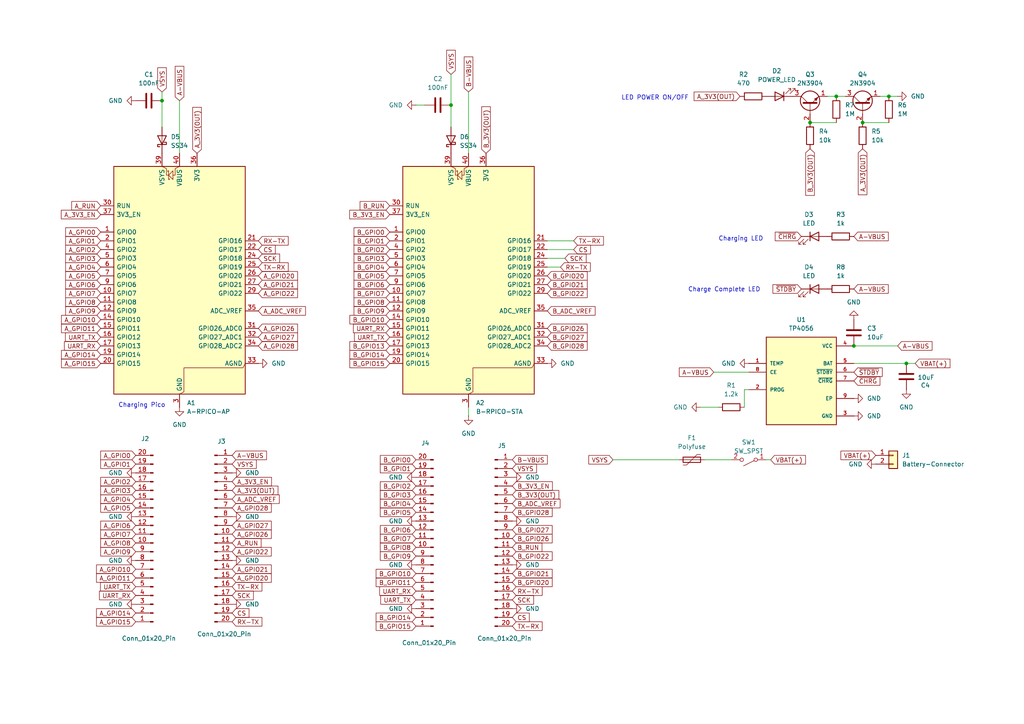
<source format=kicad_sch>
(kicad_sch (version 20250114) (generator "eeschema") (generator_version "9.0")
  (paper "A4")
  (lib_symbols
    (symbol "Connector:Conn_01x20_Pin" (pin_names (offset 1.016) (hide yes))
      (property "Reference" "J" (at 0 25.4 0))
      (property "Value" "Conn_01x20_Pin" (at 0 -27.94 0))
      (symbol "Conn_01x20_Pin_1_1"
        (pin passive line (at 5.08 22.86 180) (length 3.81) (name "Pin_1") (number "1"))
        (pin passive line (at 5.08 20.32 180) (length 3.81) (name "Pin_2") (number "2"))
        (pin passive line (at 5.08 17.78 180) (length 3.81) (name "Pin_3") (number "3"))
        (pin passive line (at 5.08 15.24 180) (length 3.81) (name "Pin_4") (number "4"))
        (pin passive line (at 5.08 12.7 180) (length 3.81) (name "Pin_5") (number "5"))
        (pin passive line (at 5.08 10.16 180) (length 3.81) (name "Pin_6") (number "6"))
        (pin passive line (at 5.08 7.62 180) (length 3.81) (name "Pin_7") (number "7"))
        (pin passive line (at 5.08 5.08 180) (length 3.81) (name "Pin_8") (number "8"))
        (pin passive line (at 5.08 2.54 180) (length 3.81) (name "Pin_9") (number "9"))
        (pin passive line (at 5.08 0 180) (length 3.81) (name "Pin_10") (number "10"))
        (pin passive line (at 5.08 -2.54 180) (length 3.81) (name "Pin_11") (number "11"))
        (pin passive line (at 5.08 -5.08 180) (length 3.81) (name "Pin_12") (number "12"))
        (pin passive line (at 5.08 -7.62 180) (length 3.81) (name "Pin_13") (number "13"))
        (pin passive line (at 5.08 -10.16 180) (length 3.81) (name "Pin_14") (number "14"))
        (pin passive line (at 5.08 -12.7 180) (length 3.81) (name "Pin_15") (number "15"))
        (pin passive line (at 5.08 -15.24 180) (length 3.81) (name "Pin_16") (number "16"))
        (pin passive line (at 5.08 -17.78 180) (length 3.81) (name "Pin_17") (number "17"))
        (pin passive line (at 5.08 -20.32 180) (length 3.81) (name "Pin_18") (number "18"))
        (pin passive line (at 5.08 -22.86 180) (length 3.81) (name "Pin_19") (number "19"))
        (pin passive line (at 5.08 -25.4 180) (length 3.81) (name "Pin_20") (number "20"))
      )
    )
    (symbol "Connector_Generic:Conn_01x02" (pin_names (offset 1.016) (hide yes))
      (property "Reference" "J1" (at 2.54 0.0001 0))
      (property "Value" "Battery-Connector" (at 2.54 -2.5399 0))
      (symbol "Conn_01x02_1_1"
        (pin bidirectional line (at -5.08 0 0) (length 3.81) (name "Pin_1") (number "1"))
        (pin passive line (at -5.08 -2.54 0) (length 3.81) (name "Pin_2") (number "2"))
      )
    )
    (symbol "Device:C" (pin_numbers (hide yes)) (pin_names (offset 0.254))
      (property "Reference" "C" (at 0.635 2.54 0))
      (property "Value" "C" (at 0.635 -2.54 0))
      (symbol "C_1_1"
        (pin passive line (at 0 3.81 270) (length 2.794) (name "~") (number "1"))
        (pin passive line (at 0 -3.81 90) (length 2.794) (name "~") (number "2"))
      )
    )
    (symbol "Device:LED" (pin_numbers (hide yes)) (pin_names (offset 1.016) (hide yes))
      (property "Reference" "D" (at 0 2.54 0))
      (property "Value" "LED" (at 0 -2.54 0))
      (symbol "LED_1_1"
        (pin passive line (at -3.81 0 0) (length 2.54) (name "K") (number "1"))
        (pin passive line (at 3.81 0 180) (length 2.54) (name "A") (number "2"))
      )
    )
    (symbol "Device:Polyfuse" (pin_numbers (hide yes)) (pin_names (offset 0))
      (property "Reference" "F" (at -2.54 0 90))
      (property "Value" "Polyfuse" (at 2.54 0 90))
      (symbol "Polyfuse_1_1"
        (pin passive line (at 0 3.81 270) (length 1.27) (name "~") (number "1"))
        (pin passive line (at 0 -3.81 90) (length 1.27) (name "~") (number "2"))
      )
    )
    (symbol "Device:R" (pin_numbers (hide yes)) (pin_names (offset 0))
      (property "Reference" "R" (at 2.032 0 90))
      (property "Value" "R" (at 0 0 90))
      (symbol "R_1_1"
        (pin passive line (at 0 3.81 270) (length 1.27) (name "~") (number "1"))
        (pin passive line (at 0 -3.81 90) (length 1.27) (name "~") (number "2"))
      )
    )
    (symbol "Diode:SS34" (pin_numbers (hide yes)) (pin_names (offset 1.016) (hide yes))
      (property "Reference" "D" (at 0 2.54 0))
      (property "Value" "SS34" (at 0 -2.54 0))
      (symbol "SS34_1_1"
        (pin passive line (at -3.81 0 0) (length 2.54) (name "K") (number "1"))
        (pin passive line (at 3.81 0 180) (length 2.54) (name "A") (number "2"))
      )
    )
    (symbol "MCU_Module:RaspberryPi_Pico" (pin_names (offset 0.762))
      (property "Reference" "A2" (at 2.1433 -34.29 0))
      (property "Value" "B-RPICO-STA" (at 2.1433 -36.83 0))
      (symbol "RaspberryPi_Pico_1_1"
        (pin passive line (at -22.86 22.86 0) (length 3.81) (name "RUN") (number "30"))
        (pin passive line (at -22.86 20.32 0) (length 3.81) (name "3V3_EN") (number "37"))
        (pin bidirectional line (at -22.86 15.24 0) (length 3.81) (name "GPIO0") (number "1"))
        (pin bidirectional line (at -22.86 12.7 0) (length 3.81) (name "GPIO1") (number "2"))
        (pin bidirectional line (at -22.86 10.16 0) (length 3.81) (name "GPIO2") (number "4"))
        (pin bidirectional line (at -22.86 7.62 0) (length 3.81) (name "GPIO3") (number "5"))
        (pin bidirectional line (at -22.86 5.08 0) (length 3.81) (name "GPIO4") (number "6"))
        (pin bidirectional line (at -22.86 2.54 0) (length 3.81) (name "GPIO5") (number "7"))
        (pin bidirectional line (at -22.86 0 0) (length 3.81) (name "GPIO6") (number "9"))
        (pin bidirectional line (at -22.86 -2.54 0) (length 3.81) (name "GPIO7") (number "10"))
        (pin bidirectional line (at -22.86 -5.08 0) (length 3.81) (name "GPIO8") (number "11"))
        (pin bidirectional line (at -22.86 -7.62 0) (length 3.81) (name "GPIO9") (number "12"))
        (pin bidirectional line (at -22.86 -10.16 0) (length 3.81) (name "GPIO10") (number "14"))
        (pin bidirectional line (at -22.86 -12.7 0) (length 3.81) (name "GPIO11") (number "15"))
        (pin bidirectional line (at -22.86 -15.24 0) (length 3.81) (name "GPIO12") (number "16"))
        (pin bidirectional line (at -22.86 -17.78 0) (length 3.81) (name "GPIO13") (number "17"))
        (pin bidirectional line (at -22.86 -20.32 0) (length 3.81) (name "GPIO14") (number "19"))
        (pin bidirectional line (at -22.86 -22.86 0) (length 3.81) (name "GPIO15") (number "20"))
        (pin passive line (at -5.08 38.1 270) (length 3.81) (name "VSYS") (number "39"))
        (pin power_out line (at 0 38.1 270) (length 3.81) (name "VBUS") (number "40"))
        (pin passive line (at 0 -35.56 90) (length 3.81) (hide yes) (name "GND") (number "13"))
        (pin passive line (at 0 -35.56 90) (length 3.81) (hide yes) (name "GND") (number "18"))
        (pin passive line (at 0 -35.56 90) (length 3.81) (hide yes) (name "GND") (number "23"))
        (pin passive line (at 0 -35.56 90) (length 3.81) (hide yes) (name "GND") (number "28"))
        (pin passive line (at 0 -35.56 90) (length 3.81) (name "GND") (number "3"))
        (pin passive line (at 0 -35.56 90) (length 3.81) (hide yes) (name "GND") (number "38"))
        (pin passive line (at 0 -35.56 90) (length 3.81) (hide yes) (name "GND") (number "8"))
        (pin power_out line (at 5.08 38.1 270) (length 3.81) (name "3V3") (number "36"))
        (pin bidirectional line (at 22.86 12.7 180) (length 3.81) (name "GPIO16") (number "21"))
        (pin bidirectional line (at 22.86 10.16 180) (length 3.81) (name "GPIO17") (number "22"))
        (pin bidirectional line (at 22.86 7.62 180) (length 3.81) (name "GPIO18") (number "24"))
        (pin bidirectional line (at 22.86 5.08 180) (length 3.81) (name "GPIO19") (number "25"))
        (pin bidirectional line (at 22.86 2.54 180) (length 3.81) (name "GPIO20") (number "26"))
        (pin bidirectional line (at 22.86 0 180) (length 3.81) (name "GPIO21") (number "27"))
        (pin bidirectional line (at 22.86 -2.54 180) (length 3.81) (name "GPIO22") (number "29"))
        (pin passive line (at 22.86 -7.62 180) (length 3.81) (name "ADC_VREF") (number "35"))
        (pin bidirectional line (at 22.86 -12.7 180) (length 3.81) (name "GPIO26_ADC0") (number "31"))
        (pin bidirectional line (at 22.86 -15.24 180) (length 3.81) (name "GPIO27_ADC1") (number "32"))
        (pin bidirectional line (at 22.86 -17.78 180) (length 3.81) (name "GPIO28_ADC2") (number "34"))
        (pin passive line (at 22.86 -22.86 180) (length 3.81) (name "AGND") (number "33"))
      )
    )
    (symbol "RaspberryPi_Pico_1" (pin_names (offset 0.762))
      (property "Reference" "A1" (at 2.1433 -34.29 0))
      (property "Value" "A-RPICO-AP" (at 2.1433 -36.83 0))
      (symbol "RaspberryPi_Pico_1_1_1"
        (pin passive line (at -22.86 22.86 0) (length 3.81) (name "RUN") (number "30"))
        (pin passive line (at -22.86 20.32 0) (length 3.81) (name "3V3_EN") (number "37"))
        (pin bidirectional line (at -22.86 15.24 0) (length 3.81) (name "GPIO0") (number "1"))
        (pin bidirectional line (at -22.86 12.7 0) (length 3.81) (name "GPIO1") (number "2"))
        (pin bidirectional line (at -22.86 10.16 0) (length 3.81) (name "GPIO2") (number "4"))
        (pin bidirectional line (at -22.86 7.62 0) (length 3.81) (name "GPIO3") (number "5"))
        (pin bidirectional line (at -22.86 5.08 0) (length 3.81) (name "GPIO4") (number "6"))
        (pin bidirectional line (at -22.86 2.54 0) (length 3.81) (name "GPIO5") (number "7"))
        (pin bidirectional line (at -22.86 0 0) (length 3.81) (name "GPIO6") (number "9"))
        (pin bidirectional line (at -22.86 -2.54 0) (length 3.81) (name "GPIO7") (number "10"))
        (pin bidirectional line (at -22.86 -5.08 0) (length 3.81) (name "GPIO8") (number "11"))
        (pin bidirectional line (at -22.86 -7.62 0) (length 3.81) (name "GPIO9") (number "12"))
        (pin bidirectional line (at -22.86 -10.16 0) (length 3.81) (name "GPIO10") (number "14"))
        (pin bidirectional line (at -22.86 -12.7 0) (length 3.81) (name "GPIO11") (number "15"))
        (pin bidirectional line (at -22.86 -15.24 0) (length 3.81) (name "GPIO12") (number "16"))
        (pin bidirectional line (at -22.86 -17.78 0) (length 3.81) (name "GPIO13") (number "17"))
        (pin bidirectional line (at -22.86 -20.32 0) (length 3.81) (name "GPIO14") (number "19"))
        (pin bidirectional line (at -22.86 -22.86 0) (length 3.81) (name "GPIO15") (number "20"))
        (pin passive line (at -5.08 38.1 270) (length 3.81) (name "VSYS") (number "39"))
        (pin power_out line (at 0 38.1 270) (length 3.81) (name "VBUS") (number "40"))
        (pin passive line (at 0 -35.56 90) (length 3.81) (hide yes) (name "GND") (number "13"))
        (pin passive line (at 0 -35.56 90) (length 3.81) (hide yes) (name "GND") (number "18"))
        (pin passive line (at 0 -35.56 90) (length 3.81) (hide yes) (name "GND") (number "23"))
        (pin passive line (at 0 -35.56 90) (length 3.81) (hide yes) (name "GND") (number "28"))
        (pin passive line (at 0 -35.56 90) (length 3.81) (name "GND") (number "3"))
        (pin passive line (at 0 -35.56 90) (length 3.81) (hide yes) (name "GND") (number "38"))
        (pin passive line (at 0 -35.56 90) (length 3.81) (hide yes) (name "GND") (number "8"))
        (pin power_out line (at 5.08 38.1 270) (length 3.81) (name "3V3") (number "36"))
        (pin bidirectional line (at 22.86 12.7 180) (length 3.81) (name "GPIO16") (number "21"))
        (pin bidirectional line (at 22.86 10.16 180) (length 3.81) (name "GPIO17") (number "22"))
        (pin bidirectional line (at 22.86 7.62 180) (length 3.81) (name "GPIO18") (number "24"))
        (pin bidirectional line (at 22.86 5.08 180) (length 3.81) (name "GPIO19") (number "25"))
        (pin bidirectional line (at 22.86 2.54 180) (length 3.81) (name "GPIO20") (number "26"))
        (pin bidirectional line (at 22.86 0 180) (length 3.81) (name "GPIO21") (number "27"))
        (pin bidirectional line (at 22.86 -2.54 180) (length 3.81) (name "GPIO22") (number "29"))
        (pin passive line (at 22.86 -7.62 180) (length 3.81) (name "ADC_VREF") (number "35"))
        (pin bidirectional line (at 22.86 -12.7 180) (length 3.81) (name "GPIO26_ADC0") (number "31"))
        (pin bidirectional line (at 22.86 -15.24 180) (length 3.81) (name "GPIO27_ADC1") (number "32"))
        (pin bidirectional line (at 22.86 -17.78 180) (length 3.81) (name "GPIO28_ADC2") (number "34"))
        (pin passive line (at 22.86 -22.86 180) (length 3.81) (name "AGND") (number "33"))
      )
    )
    (symbol "Switch:SW_SPST" (pin_names (offset 0) (hide yes))
      (property "Reference" "SW" (at 0 3.175 0))
      (property "Value" "SW_SPST" (at 0 -2.54 0))
      (symbol "SW_SPST_1_1"
        (pin passive line (at -5.08 0 0) (length 2.54) (name "A") (number "1"))
        (pin passive line (at 5.08 0 180) (length 2.54) (name "B") (number "2"))
      )
    )
    (symbol "TP4056:TP4056" (pin_names (offset 1.016))
      (property "Reference" "U" (at -10.16 13.208 0))
      (property "Value" "TP4056" (at -10.16 -15.24 0))
      (symbol "TP4056_0_0"
        (pin input line (at -15.24 5.08 0) (length 5.08) (name "TEMP") (number "1"))
        (pin input line (at -15.24 2.54 0) (length 5.08) (name "CE") (number "8"))
        (pin bidirectional line (at -15.24 -2.54 0) (length 5.08) (name "PROG") (number "2"))
        (pin power_in line (at 15.24 10.16 180) (length 5.08) (name "VCC") (number "4"))
        (pin output line (at 15.24 5.08 180) (length 5.08) (name "BAT") (number "5"))
        (pin output line (at 15.24 2.54 180) (length 5.08) (name "~{STDBY}") (number "6"))
        (pin output line (at 15.24 0 180) (length 5.08) (name "~{CHRG}") (number "7"))
        (pin passive line (at 15.24 -5.08 180) (length 5.08) (name "EP") (number "9"))
        (pin power_in line (at 15.24 -10.16 180) (length 5.08) (name "GND") (number "3"))
      )
    )
    (symbol "Transistor_BJT:2N3904" (pin_names (offset 0) (hide yes))
      (property "Reference" "Q" (at 5.08 1.905 0))
      (property "Value" "2N3904" (at 5.08 0 0))
      (symbol "2N3904_1_1"
        (pin input line (at -5.08 0 0) (length 2.54) (name "B") (number "2"))
        (pin passive line (at 2.54 5.08 270) (length 2.54) (name "C") (number "3"))
        (pin passive line (at 2.54 -5.08 90) (length 2.54) (name "E") (number "1"))
      )
    )
    (symbol "power:GND" (power) (pin_numbers (hide yes)) (pin_names (offset 0) (hide yes))
      (property "Value" "GND" (at 0 -3.81 0))
      (symbol "GND_1_1"
        (pin power_in line (at 0 0 270) (length 0) (name "~") (number "1"))
      )
    )
  )
  (text "Charging Pico\n" (at 41.148 117.602 0) (effects (font (size 1.27 1.27))))
  (text "Charge Complete LED" (at 210.058 84.074 0) (effects (font (size 1.27 1.27))))
  (text "LED POWER ON/OFF\n" (at 189.992 28.448 0) (effects (font (size 1.27 1.27))))
  (text "Charging LED" (at 214.884 69.342 0) (effects (font (size 1.27 1.27))))
  (junction (at 262.89 105.41))
  (junction (at 242.57 27.94))
  (junction (at 247.65 100.33))
  (junction (at 234.95 35.56))
  (junction (at 257.81 27.94))
  (junction (at 250.19 35.56))
  (junction (at 130.81 30.48))
  (junction (at 46.99 29.21))
  (wire (pts (xy 203.2 118.11) (xy 208.28 118.11)))
  (wire (pts (xy 158.75 74.93) (xy 163.83 74.93)))
  (wire (pts (xy 46.99 29.21) (xy 46.99 36.83)))
  (wire (pts (xy 247.65 105.41) (xy 262.89 105.41)))
  (wire (pts (xy 46.99 26.67) (xy 46.99 29.21)))
  (wire (pts (xy 242.57 27.94) (xy 240.03 27.94)))
  (wire (pts (xy 130.81 21.59) (xy 130.81 30.48)))
  (wire (pts (xy 250.19 35.56) (xy 257.81 35.56)))
  (wire (pts (xy 158.75 69.85) (xy 166.37 69.85)))
  (wire (pts (xy 245.11 27.94) (xy 242.57 27.94)))
  (wire (pts (xy 260.35 100.33) (xy 247.65 100.33)))
  (wire (pts (xy 158.75 77.47) (xy 162.56 77.47)))
  (wire (pts (xy 158.75 72.39) (xy 166.37 72.39)))
  (wire (pts (xy 215.9 118.11) (xy 215.9 113.03)))
  (wire (pts (xy 130.81 30.48) (xy 130.81 36.83)))
  (wire (pts (xy 262.89 105.41) (xy 265.43 105.41)))
  (wire (pts (xy 52.07 29.21) (xy 52.07 44.45)))
  (wire (pts (xy 222.25 133.35) (xy 223.52 133.35)))
  (wire (pts (xy 120.65 30.48) (xy 123.19 30.48)))
  (wire (pts (xy 204.47 133.35) (xy 212.09 133.35)))
  (wire (pts (xy 207.01 107.95) (xy 217.17 107.95)))
  (wire (pts (xy 234.95 35.56) (xy 242.57 35.56)))
  (wire (pts (xy 177.8 133.35) (xy 196.85 133.35)))
  (wire (pts (xy 135.89 26.67) (xy 135.89 44.45)))
  (wire (pts (xy 135.89 120.65) (xy 135.89 118.11)))
  (wire (pts (xy 215.9 113.03) (xy 217.17 113.03)))
  (wire (pts (xy 257.81 27.94) (xy 255.27 27.94)))
  (wire (pts (xy 260.35 27.94) (xy 257.81 27.94)))
  (global_label "RX-TX" (shape input) (at 162.56 77.47 0) (property "Intersheetrefs" "${INTERSHEET_REFS}" (effects (hide yes))))
  (global_label "A_GPIO1" (shape input) (at 39.37 134.62 180) (property "Intersheetrefs" "${INTERSHEET_REFS}" (effects (hide yes))))
  (global_label "A_GPIO0" (shape input) (at 39.37 132.08 180) (property "Intersheetrefs" "${INTERSHEET_REFS}" (effects (hide yes))))
  (global_label "B_GPIO4" (shape input) (at 113.03 77.47 180) (property "Intersheetrefs" "${INTERSHEET_REFS}" (effects (hide yes))))
  (global_label "A_GPIO5" (shape input) (at 39.37 147.32 180) (property "Intersheetrefs" "${INTERSHEET_REFS}" (effects (hide yes))))
  (global_label "B_RUN" (shape input) (at 148.59 158.75 0) (property "Intersheetrefs" "${INTERSHEET_REFS}" (effects (hide yes))))
  (global_label "A_3V3(OUT)" (shape input) (at 250.19 43.18 270) (property "Intersheetrefs" "${INTERSHEET_REFS}" (effects (hide yes))))
  (global_label "UART_TX" (shape input) (at 29.21 97.79 180) (property "Intersheetrefs" "${INTERSHEET_REFS}" (effects (hide yes))))
  (global_label "B_GPIO2" (shape input) (at 113.03 72.39 180) (property "Intersheetrefs" "${INTERSHEET_REFS}" (effects (hide yes))))
  (global_label "B_GPIO15" (shape input) (at 113.03 105.41 180) (property "Intersheetrefs" "${INTERSHEET_REFS}" (effects (hide yes))))
  (global_label "B_GPIO21" (shape input) (at 148.59 166.37 0) (property "Intersheetrefs" "${INTERSHEET_REFS}" (effects (hide yes))))
  (global_label "CS" (shape input) (at 166.37 72.39 0) (property "Intersheetrefs" "${INTERSHEET_REFS}" (effects (hide yes))))
  (global_label "A_GPIO11" (shape input) (at 39.37 167.64 180) (property "Intersheetrefs" "${INTERSHEET_REFS}" (effects (hide yes))))
  (global_label "~{CHRG}" (shape input) (at 247.65 110.49 0) (property "Intersheetrefs" "${INTERSHEET_REFS}" (effects (hide yes))))
  (global_label "B_GPIO8" (shape input) (at 113.03 87.63 180) (property "Intersheetrefs" "${INTERSHEET_REFS}" (effects (hide yes))))
  (global_label "A_GPIO6" (shape input) (at 39.37 152.4 180) (property "Intersheetrefs" "${INTERSHEET_REFS}" (effects (hide yes))))
  (global_label "B_GPIO27" (shape input) (at 158.75 97.79 0) (property "Intersheetrefs" "${INTERSHEET_REFS}" (effects (hide yes))))
  (global_label "SCK" (shape input) (at 148.59 173.99 0) (property "Intersheetrefs" "${INTERSHEET_REFS}" (effects (hide yes))))
  (global_label "A_ADC_VREF" (shape input) (at 74.93 90.17 0) (property "Intersheetrefs" "${INTERSHEET_REFS}" (effects (hide yes))))
  (global_label "B_GPIO7" (shape input) (at 113.03 85.09 180) (property "Intersheetrefs" "${INTERSHEET_REFS}" (effects (hide yes))))
  (global_label "VBAT(+)" (shape input) (at 265.43 105.41 0) (property "Intersheetrefs" "${INTERSHEET_REFS}" (effects (hide yes))))
  (global_label "A_GPIO3" (shape input) (at 39.37 142.24 180) (property "Intersheetrefs" "${INTERSHEET_REFS}" (effects (hide yes))))
  (global_label "~{STDBY}" (shape input) (at 232.41 83.82 180) (property "Intersheetrefs" "${INTERSHEET_REFS}" (effects (hide yes))))
  (global_label "B_RUN" (shape input) (at 113.03 59.69 180) (property "Intersheetrefs" "${INTERSHEET_REFS}" (effects (hide yes))))
  (global_label "VSYS" (shape input) (at 130.81 21.59 90) (property "Intersheetrefs" "${INTERSHEET_REFS}" (effects (hide yes))))
  (global_label "A_GPIO22" (shape input) (at 67.31 160.02 0) (property "Intersheetrefs" "${INTERSHEET_REFS}" (effects (hide yes))))
  (global_label "SCK" (shape input) (at 74.93 74.93 0) (property "Intersheetrefs" "${INTERSHEET_REFS}" (effects (hide yes))))
  (global_label "B_GPIO14" (shape input) (at 113.03 102.87 180) (property "Intersheetrefs" "${INTERSHEET_REFS}" (effects (hide yes))))
  (global_label "TX-RX" (shape input) (at 74.93 77.47 0) (property "Intersheetrefs" "${INTERSHEET_REFS}" (effects (hide yes))))
  (global_label "B_GPIO28" (shape input) (at 158.75 100.33 0) (property "Intersheetrefs" "${INTERSHEET_REFS}" (effects (hide yes))))
  (global_label "A_RUN" (shape input) (at 29.21 59.69 180) (property "Intersheetrefs" "${INTERSHEET_REFS}" (effects (hide yes))))
  (global_label "B_GPIO2" (shape input) (at 120.65 140.97 180) (property "Intersheetrefs" "${INTERSHEET_REFS}" (effects (hide yes))))
  (global_label "UART_TX" (shape input) (at 120.65 173.99 180) (property "Intersheetrefs" "${INTERSHEET_REFS}" (effects (hide yes))))
  (global_label "A_GPIO6" (shape input) (at 29.21 82.55 180) (property "Intersheetrefs" "${INTERSHEET_REFS}" (effects (hide yes))))
  (global_label "A_GPIO15" (shape input) (at 39.37 180.34 180) (property "Intersheetrefs" "${INTERSHEET_REFS}" (effects (hide yes))))
  (global_label "B_GPIO13" (shape input) (at 113.03 100.33 180) (property "Intersheetrefs" "${INTERSHEET_REFS}" (effects (hide yes))))
  (global_label "B_GPIO10" (shape input) (at 113.03 92.71 180) (property "Intersheetrefs" "${INTERSHEET_REFS}" (effects (hide yes))))
  (global_label "B_ADC_VREF" (shape input) (at 158.75 90.17 0) (property "Intersheetrefs" "${INTERSHEET_REFS}" (effects (hide yes))))
  (global_label "A_GPIO26" (shape input) (at 67.31 154.94 0) (property "Intersheetrefs" "${INTERSHEET_REFS}" (effects (hide yes))))
  (global_label "B_GPIO4" (shape input) (at 120.65 146.05 180) (property "Intersheetrefs" "${INTERSHEET_REFS}" (effects (hide yes))))
  (global_label "SCK" (shape input) (at 67.31 172.72 0) (property "Intersheetrefs" "${INTERSHEET_REFS}" (effects (hide yes))))
  (global_label "B_GPIO6" (shape input) (at 113.03 82.55 180) (property "Intersheetrefs" "${INTERSHEET_REFS}" (effects (hide yes))))
  (global_label "A_3V3(OUT)" (shape input) (at 57.15 44.45 90) (property "Intersheetrefs" "${INTERSHEET_REFS}" (effects (hide yes))))
  (global_label "A_GPIO22" (shape input) (at 74.93 85.09 0) (property "Intersheetrefs" "${INTERSHEET_REFS}" (effects (hide yes))))
  (global_label "B_GPIO26" (shape input) (at 148.59 156.21 0) (property "Intersheetrefs" "${INTERSHEET_REFS}" (effects (hide yes))))
  (global_label "A_GPIO15" (shape input) (at 29.21 105.41 180) (property "Intersheetrefs" "${INTERSHEET_REFS}" (effects (hide yes))))
  (global_label "~{STDBY}" (shape input) (at 247.65 107.95 0) (property "Intersheetrefs" "${INTERSHEET_REFS}" (effects (hide yes))))
  (global_label "TX-RX" (shape input) (at 148.59 181.61 0) (property "Intersheetrefs" "${INTERSHEET_REFS}" (effects (hide yes))))
  (global_label "A_GPIO3" (shape input) (at 29.21 74.93 180) (property "Intersheetrefs" "${INTERSHEET_REFS}" (effects (hide yes))))
  (global_label "B_GPIO3" (shape input) (at 113.03 74.93 180) (property "Intersheetrefs" "${INTERSHEET_REFS}" (effects (hide yes))))
  (global_label "B_GPIO9" (shape input) (at 120.65 161.29 180) (property "Intersheetrefs" "${INTERSHEET_REFS}" (effects (hide yes))))
  (global_label "A_GPIO7" (shape input) (at 29.21 85.09 180) (property "Intersheetrefs" "${INTERSHEET_REFS}" (effects (hide yes))))
  (global_label "A_GPIO4" (shape input) (at 39.37 144.78 180) (property "Intersheetrefs" "${INTERSHEET_REFS}" (effects (hide yes))))
  (global_label "A_GPIO9" (shape input) (at 29.21 90.17 180) (property "Intersheetrefs" "${INTERSHEET_REFS}" (effects (hide yes))))
  (global_label "B_3V3_EN" (shape input) (at 113.03 62.23 180) (property "Intersheetrefs" "${INTERSHEET_REFS}" (effects (hide yes))))
  (global_label "A-VBUS" (shape input) (at 67.31 132.08 0) (property "Intersheetrefs" "${INTERSHEET_REFS}" (effects (hide yes))))
  (global_label "B_3V3(OUT)" (shape input) (at 234.95 43.18 270) (property "Intersheetrefs" "${INTERSHEET_REFS}" (effects (hide yes))))
  (global_label "CS" (shape input) (at 74.93 72.39 0) (property "Intersheetrefs" "${INTERSHEET_REFS}" (effects (hide yes))))
  (global_label "B_GPIO21" (shape input) (at 158.75 82.55 0) (property "Intersheetrefs" "${INTERSHEET_REFS}" (effects (hide yes))))
  (global_label "B_GPIO20" (shape input) (at 158.75 80.01 0) (property "Intersheetrefs" "${INTERSHEET_REFS}" (effects (hide yes))))
  (global_label "B_GPIO10" (shape input) (at 120.65 166.37 180) (property "Intersheetrefs" "${INTERSHEET_REFS}" (effects (hide yes))))
  (global_label "B_GPIO0" (shape input) (at 120.65 133.35 180) (property "Intersheetrefs" "${INTERSHEET_REFS}" (effects (hide yes))))
  (global_label "A_3V3_EN" (shape input) (at 67.31 139.7 0) (property "Intersheetrefs" "${INTERSHEET_REFS}" (effects (hide yes))))
  (global_label "UART_RX" (shape input) (at 120.65 171.45 180) (property "Intersheetrefs" "${INTERSHEET_REFS}" (effects (hide yes))))
  (global_label "A_3V3(OUT)" (shape input) (at 214.63 27.94 180) (property "Intersheetrefs" "${INTERSHEET_REFS}" (effects (hide yes))))
  (global_label "UART_RX" (shape input) (at 29.21 100.33 180) (property "Intersheetrefs" "${INTERSHEET_REFS}" (effects (hide yes))))
  (global_label "B_GPIO28" (shape input) (at 148.59 148.59 0) (property "Intersheetrefs" "${INTERSHEET_REFS}" (effects (hide yes))))
  (global_label "B_GPIO15" (shape input) (at 120.65 181.61 180) (property "Intersheetrefs" "${INTERSHEET_REFS}" (effects (hide yes))))
  (global_label "A-VBUS" (shape input) (at 207.01 107.95 180) (property "Intersheetrefs" "${INTERSHEET_REFS}" (effects (hide yes))))
  (global_label "A_GPIO27" (shape input) (at 67.31 152.4 0) (property "Intersheetrefs" "${INTERSHEET_REFS}" (effects (hide yes))))
  (global_label "B_3V3(OUT)" (shape input) (at 148.59 143.51 0) (property "Intersheetrefs" "${INTERSHEET_REFS}" (effects (hide yes))))
  (global_label "B_GPIO22" (shape input) (at 148.59 161.29 0) (property "Intersheetrefs" "${INTERSHEET_REFS}" (effects (hide yes))))
  (global_label "VSYS" (shape input) (at 177.8 133.35 180) (property "Intersheetrefs" "${INTERSHEET_REFS}" (effects (hide yes))))
  (global_label "B_GPIO5" (shape input) (at 120.65 148.59 180) (property "Intersheetrefs" "${INTERSHEET_REFS}" (effects (hide yes))))
  (global_label "A_ADC_VREF" (shape input) (at 67.31 144.78 0) (property "Intersheetrefs" "${INTERSHEET_REFS}" (effects (hide yes))))
  (global_label "B_GPIO11" (shape input) (at 120.65 168.91 180) (property "Intersheetrefs" "${INTERSHEET_REFS}" (effects (hide yes))))
  (global_label "B_GPIO1" (shape input) (at 120.65 135.89 180) (property "Intersheetrefs" "${INTERSHEET_REFS}" (effects (hide yes))))
  (global_label "TX-RX" (shape input) (at 166.37 69.85 0) (property "Intersheetrefs" "${INTERSHEET_REFS}" (effects (hide yes))))
  (global_label "A_GPIO21" (shape input) (at 74.93 82.55 0) (property "Intersheetrefs" "${INTERSHEET_REFS}" (effects (hide yes))))
  (global_label "A_3V3_EN" (shape input) (at 29.21 62.23 180) (property "Intersheetrefs" "${INTERSHEET_REFS}" (effects (hide yes))))
  (global_label "B_GPIO1" (shape input) (at 113.03 69.85 180) (property "Intersheetrefs" "${INTERSHEET_REFS}" (effects (hide yes))))
  (global_label "VSYS" (shape input) (at 67.31 134.62 0) (property "Intersheetrefs" "${INTERSHEET_REFS}" (effects (hide yes))))
  (global_label "A_GPIO20" (shape input) (at 74.93 80.01 0) (property "Intersheetrefs" "${INTERSHEET_REFS}" (effects (hide yes))))
  (global_label "B_GPIO20" (shape input) (at 148.59 168.91 0) (property "Intersheetrefs" "${INTERSHEET_REFS}" (effects (hide yes))))
  (global_label "A_GPIO14" (shape input) (at 29.21 102.87 180) (property "Intersheetrefs" "${INTERSHEET_REFS}" (effects (hide yes))))
  (global_label "B_GPIO7" (shape input) (at 120.65 156.21 180) (property "Intersheetrefs" "${INTERSHEET_REFS}" (effects (hide yes))))
  (global_label "A_GPIO1" (shape input) (at 29.21 69.85 180) (property "Intersheetrefs" "${INTERSHEET_REFS}" (effects (hide yes))))
  (global_label "A_GPIO2" (shape input) (at 29.21 72.39 180) (property "Intersheetrefs" "${INTERSHEET_REFS}" (effects (hide yes))))
  (global_label "A_GPIO14" (shape input) (at 39.37 177.8 180) (property "Intersheetrefs" "${INTERSHEET_REFS}" (effects (hide yes))))
  (global_label "UART_TX" (shape input) (at 39.37 170.18 180) (property "Intersheetrefs" "${INTERSHEET_REFS}" (effects (hide yes))))
  (global_label "A_GPIO8" (shape input) (at 29.21 87.63 180) (property "Intersheetrefs" "${INTERSHEET_REFS}" (effects (hide yes))))
  (global_label "A_GPIO28" (shape input) (at 74.93 100.33 0) (property "Intersheetrefs" "${INTERSHEET_REFS}" (effects (hide yes))))
  (global_label "B_GPIO22" (shape input) (at 158.75 85.09 0) (property "Intersheetrefs" "${INTERSHEET_REFS}" (effects (hide yes))))
  (global_label "VBAT(+)" (shape input) (at 223.52 133.35 0) (property "Intersheetrefs" "${INTERSHEET_REFS}" (effects (hide yes))))
  (global_label "VBAT(+)" (shape input) (at 254 132.08 180) (property "Intersheetrefs" "${INTERSHEET_REFS}" (effects (hide yes))))
  (global_label "B_GPIO8" (shape input) (at 120.65 158.75 180) (property "Intersheetrefs" "${INTERSHEET_REFS}" (effects (hide yes))))
  (global_label "A_GPIO0" (shape input) (at 29.21 67.31 180) (property "Intersheetrefs" "${INTERSHEET_REFS}" (effects (hide yes))))
  (global_label "A_GPIO5" (shape input) (at 29.21 80.01 180) (property "Intersheetrefs" "${INTERSHEET_REFS}" (effects (hide yes))))
  (global_label "TX-RX" (shape input) (at 67.31 170.18 0) (property "Intersheetrefs" "${INTERSHEET_REFS}" (effects (hide yes))))
  (global_label "A-VBUS" (shape input) (at 260.35 100.33 0) (property "Intersheetrefs" "${INTERSHEET_REFS}" (effects (hide yes))))
  (global_label "A_GPIO10" (shape input) (at 39.37 165.1 180) (property "Intersheetrefs" "${INTERSHEET_REFS}" (effects (hide yes))))
  (global_label "A-VBUS" (shape input) (at 52.07 29.21 90) (property "Intersheetrefs" "${INTERSHEET_REFS}" (effects (hide yes))))
  (global_label "A_GPIO2" (shape input) (at 39.37 139.7 180) (property "Intersheetrefs" "${INTERSHEET_REFS}" (effects (hide yes))))
  (global_label "VSYS" (shape input) (at 148.59 135.89 0) (property "Intersheetrefs" "${INTERSHEET_REFS}" (effects (hide yes))))
  (global_label "CS" (shape input) (at 148.59 179.07 0) (property "Intersheetrefs" "${INTERSHEET_REFS}" (effects (hide yes))))
  (global_label "UART_RX" (shape input) (at 39.37 172.72 180) (property "Intersheetrefs" "${INTERSHEET_REFS}" (effects (hide yes))))
  (global_label "A_GPIO9" (shape input) (at 39.37 160.02 180) (property "Intersheetrefs" "${INTERSHEET_REFS}" (effects (hide yes))))
  (global_label "A_GPIO11" (shape input) (at 29.21 95.25 180) (property "Intersheetrefs" "${INTERSHEET_REFS}" (effects (hide yes))))
  (global_label "B_GPIO0" (shape input) (at 113.03 67.31 180) (property "Intersheetrefs" "${INTERSHEET_REFS}" (effects (hide yes))))
  (global_label "A_GPIO20" (shape input) (at 67.31 167.64 0) (property "Intersheetrefs" "${INTERSHEET_REFS}" (effects (hide yes))))
  (global_label "UART_TX" (shape input) (at 113.03 97.79 180) (property "Intersheetrefs" "${INTERSHEET_REFS}" (effects (hide yes))))
  (global_label "A_GPIO27" (shape input) (at 74.93 97.79 0) (property "Intersheetrefs" "${INTERSHEET_REFS}" (effects (hide yes))))
  (global_label "RX-TX" (shape input) (at 148.59 171.45 0) (property "Intersheetrefs" "${INTERSHEET_REFS}" (effects (hide yes))))
  (global_label "A_GPIO8" (shape input) (at 39.37 157.48 180) (property "Intersheetrefs" "${INTERSHEET_REFS}" (effects (hide yes))))
  (global_label "VSYS" (shape input) (at 46.99 26.67 90) (property "Intersheetrefs" "${INTERSHEET_REFS}" (effects (hide yes))))
  (global_label "A_GPIO28" (shape input) (at 67.31 147.32 0) (property "Intersheetrefs" "${INTERSHEET_REFS}" (effects (hide yes))))
  (global_label "B_3V3(OUT)" (shape input) (at 140.97 44.45 90) (property "Intersheetrefs" "${INTERSHEET_REFS}" (effects (hide yes))))
  (global_label "B-VBUS" (shape input) (at 148.59 133.35 0) (property "Intersheetrefs" "${INTERSHEET_REFS}" (effects (hide yes))))
  (global_label "RX-TX" (shape input) (at 67.31 180.34 0) (property "Intersheetrefs" "${INTERSHEET_REFS}" (effects (hide yes))))
  (global_label "A_GPIO7" (shape input) (at 39.37 154.94 180) (property "Intersheetrefs" "${INTERSHEET_REFS}" (effects (hide yes))))
  (global_label "B_GPIO27" (shape input) (at 148.59 153.67 0) (property "Intersheetrefs" "${INTERSHEET_REFS}" (effects (hide yes))))
  (global_label "A_GPIO21" (shape input) (at 67.31 165.1 0) (property "Intersheetrefs" "${INTERSHEET_REFS}" (effects (hide yes))))
  (global_label "SCK" (shape input) (at 163.83 74.93 0) (property "Intersheetrefs" "${INTERSHEET_REFS}" (effects (hide yes))))
  (global_label "A_GPIO4" (shape input) (at 29.21 77.47 180) (property "Intersheetrefs" "${INTERSHEET_REFS}" (effects (hide yes))))
  (global_label "B_GPIO26" (shape input) (at 158.75 95.25 0) (property "Intersheetrefs" "${INTERSHEET_REFS}" (effects (hide yes))))
  (global_label "B_GPIO5" (shape input) (at 113.03 80.01 180) (property "Intersheetrefs" "${INTERSHEET_REFS}" (effects (hide yes))))
  (global_label "~{CHRG}" (shape input) (at 232.41 68.58 180) (property "Intersheetrefs" "${INTERSHEET_REFS}" (effects (hide yes))))
  (global_label "A_GPIO26" (shape input) (at 74.93 95.25 0) (property "Intersheetrefs" "${INTERSHEET_REFS}" (effects (hide yes))))
  (global_label "B_GPIO14" (shape input) (at 120.65 179.07 180) (property "Intersheetrefs" "${INTERSHEET_REFS}" (effects (hide yes))))
  (global_label "A-VBUS" (shape input) (at 247.65 83.82 0) (property "Intersheetrefs" "${INTERSHEET_REFS}" (effects (hide yes))))
  (global_label "B_3V3_EN" (shape input) (at 148.59 140.97 0) (property "Intersheetrefs" "${INTERSHEET_REFS}" (effects (hide yes))))
  (global_label "CS" (shape input) (at 67.31 177.8 0) (property "Intersheetrefs" "${INTERSHEET_REFS}" (effects (hide yes))))
  (global_label "B_GPIO3" (shape input) (at 120.65 143.51 180) (property "Intersheetrefs" "${INTERSHEET_REFS}" (effects (hide yes))))
  (global_label "B_ADC_VREF" (shape input) (at 148.59 146.05 0) (property "Intersheetrefs" "${INTERSHEET_REFS}" (effects (hide yes))))
  (global_label "RX-TX" (shape input) (at 74.93 69.85 0) (property "Intersheetrefs" "${INTERSHEET_REFS}" (effects (hide yes))))
  (global_label "B_GPIO6" (shape input) (at 120.65 153.67 180) (property "Intersheetrefs" "${INTERSHEET_REFS}" (effects (hide yes))))
  (global_label "B_GPIO9" (shape input) (at 113.03 90.17 180) (property "Intersheetrefs" "${INTERSHEET_REFS}" (effects (hide yes))))
  (global_label "A-VBUS" (shape input) (at 247.65 68.58 0) (property "Intersheetrefs" "${INTERSHEET_REFS}" (effects (hide yes))))
  (global_label "UART_RX" (shape input) (at 113.03 95.25 180) (property "Intersheetrefs" "${INTERSHEET_REFS}" (effects (hide yes))))
  (global_label "A_3V3(OUT)" (shape input) (at 67.31 142.24 0) (property "Intersheetrefs" "${INTERSHEET_REFS}" (effects (hide yes))))
  (global_label "A_GPIO10" (shape input) (at 29.21 92.71 180) (property "Intersheetrefs" "${INTERSHEET_REFS}" (effects (hide yes))))
  (global_label "B-VBUS" (shape input) (at 135.89 26.67 90) (property "Intersheetrefs" "${INTERSHEET_REFS}" (effects (hide yes))))
  (global_label "A_RUN" (shape input) (at 67.31 157.48 0) (property "Intersheetrefs" "${INTERSHEET_REFS}" (effects (hide yes))))
  (symbol (lib_id "power:GND") (at 67.31 149.86 90) (unit 1)
    (property "Reference" "#PWR019" (effects (hide yes)))
    (property "Value" "GND" (at 71.12 149.8599 90) (effects (justify right)))
    (property "Description" "Power symbol creates a global label with name \"GND\" , ground" (effects (hide yes)))
  )
  (symbol (lib_id "Device:R") (at 234.95 39.37 180) (unit 1)
    (property "Reference" "R4" (at 237.49 38.0999 0) (effects (justify right)))
    (property "Value" "10k" (at 237.49 40.6399 0) (effects (justify right)))
    (property "Footprint" "Resistor_THT:R_Axial_DIN0207_L6.3mm_D2.5mm_P7.62mm_Horizontal" (effects (hide yes)))
    (property "Description" "Resistor" (effects (hide yes)))
  )
  (symbol (lib_id "TP4056:TP4056") (at 232.41 110.49 0) (unit 1)
    (property "Reference" "U1" (at 232.41 92.71 0))
    (property "Value" "TP4056" (at 232.41 95.25 0))
    (property "Footprint" "TP4056:SOP127P600X175-9N" (effects (hide yes)))
    (property "MF" "NanJing Top Power ASIC Corp." (effects (hide yes)))
    (property "MAXIMUM_PACKAGE_HEIGHT" "1.75mm" (effects (hide yes)))
    (property "Package" "Package" (effects (hide yes)))
    (property "Price" "None" (effects (hide yes)))
    (property "Check_prices" "https://www.snapeda.com/parts/TP4056/NanJing+Top+Power+ASIC+Corp./view-part/?ref=eda" (effects (hide yes)))
    (property "STANDARD" "IPC 7351B" (effects (hide yes)))
    (property "SnapEDA_Link" "https://www.snapeda.com/parts/TP4056/NanJing+Top+Power+ASIC+Corp./view-part/?ref=snap" (effects (hide yes)))
    (property "MP" "TP4056" (effects (hide yes)))
    (property "Description_1" "Complete single cell Li-Ion battery with a constant current / constant voltage linear charger" (effects (hide yes)))
    (property "Availability" "Not in stock" (effects (hide yes)))
    (property "MANUFACTURER" "NanJing Top Power ASIC Corp." (effects (hide yes)))
  )
  (symbol (lib_id "power:GND") (at 135.89 120.65 0) (unit 1)
    (property "Reference" "#PWR07" (effects (hide yes)))
    (property "Value" "GND" (at 135.89 125.73 0))
    (property "Description" "Power symbol creates a global label with name \"GND\" , ground" (effects (hide yes)))
  )
  (symbol (lib_id "power:GND") (at 148.59 151.13 90) (unit 1)
    (property "Reference" "#PWR028" (effects (hide yes)))
    (property "Value" "GND" (at 152.4 151.1299 90) (effects (justify right)))
    (property "Description" "Power symbol creates a global label with name \"GND\" , ground" (effects (hide yes)))
  )
  (symbol (lib_id "power:GND") (at 247.65 115.57 90) (unit 1)
    (property "Reference" "#PWR09" (effects (hide yes)))
    (property "Value" "GND" (at 251.46 115.5699 90) (effects (justify right)))
    (property "Description" "Power symbol creates a global label with name \"GND\" , ground" (effects (hide yes)))
  )
  (symbol (lib_id "power:GND") (at 67.31 162.56 90) (unit 1)
    (property "Reference" "#PWR020" (effects (hide yes)))
    (property "Value" "GND" (at 71.12 162.5599 90) (effects (justify right)))
    (property "Description" "Power symbol creates a global label with name \"GND\" , ground" (effects (hide yes)))
  )
  (symbol (lib_id "MCU_Module:RaspberryPi_Pico") (at 135.89 82.55 0) (unit 1)
    (property "Reference" "A2" (at 138.0333 116.84 0) (effects (justify left)))
    (property "Value" "B-RPICO-STA" (at 138.0333 119.38 0) (effects (justify left)))
    (property "Footprint" "Module:RaspberryPi_Pico_Common_THT" (effects (hide yes)))
    (property "Datasheet" "https://datasheets.raspberrypi.com/pico/pico-datasheet.pdf" (effects (hide yes)))
    (property "Description" "Versatile and inexpensive microcontroller module powered by RP2040 dual-core Arm Cortex-M0+ processor up to 133 MHz, 264kB SRAM, 2MB QSPI flash; also supports Raspberry Pi Pico 2" (effects (hide yes)))
  )
  (symbol (lib_id "power:GND") (at 39.37 162.56 270) (unit 1)
    (property "Reference" "#PWR016" (effects (hide yes)))
    (property "Value" "GND" (at 35.56 162.5599 90) (effects (justify right)))
    (property "Description" "Power symbol creates a global label with name \"GND\" , ground" (effects (hide yes)))
  )
  (symbol (lib_id "power:GND") (at 39.37 149.86 270) (unit 1)
    (property "Reference" "#PWR015" (effects (hide yes)))
    (property "Value" "GND" (at 35.56 149.8599 90) (effects (justify right)))
    (property "Description" "Power symbol creates a global label with name \"GND\" , ground" (effects (hide yes)))
  )
  (symbol (lib_id "power:GND") (at 39.37 29.21 270) (unit 1)
    (property "Reference" "#PWR05" (effects (hide yes)))
    (property "Value" "GND" (at 35.56 29.2099 90) (effects (justify right)))
    (property "Description" "Power symbol creates a global label with name \"GND\" , ground" (effects (hide yes)))
  )
  (symbol (lib_name "RaspberryPi_Pico_1") (lib_id "MCU_Module:RaspberryPi_Pico") (at 52.07 82.55 0) (unit 1)
    (property "Reference" "A1" (at 54.2133 116.84 0) (effects (justify left)))
    (property "Value" "A-RPICO-AP" (at 54.2133 119.38 0) (effects (justify left)))
    (property "Footprint" "Module:RaspberryPi_Pico_Common_THT" (effects (hide yes)))
    (property "Datasheet" "https://datasheets.raspberrypi.com/pico/pico-datasheet.pdf" (effects (hide yes)))
    (property "Description" "Versatile and inexpensive microcontroller module powered by RP2040 dual-core Arm Cortex-M0+ processor up to 133 MHz, 264kB SRAM, 2MB QSPI flash; also supports Raspberry Pi Pico 2" (effects (hide yes)))
  )
  (symbol (lib_id "power:GND") (at 203.2 118.11 270) (unit 1)
    (property "Reference" "#PWR08" (effects (hide yes)))
    (property "Value" "GND" (at 199.39 118.1099 90) (effects (justify right)))
    (property "Description" "Power symbol creates a global label with name \"GND\" , ground" (effects (hide yes)))
  )
  (symbol (lib_id "Connector:Conn_01x20_Pin") (at 143.51 156.21 0) (unit 1)
    (property "Reference" "J5" (at 145.542 129.286 0))
    (property "Value" "Conn_01x20_Pin" (at 146.304 185.166 0))
    (property "Footprint" "Connector_PinSocket_2.54mm:PinSocket_1x20_P2.54mm_Vertical" (effects (hide yes)))
    (property "Description" "Generic connector, single row, 01x20, script generated" (effects (hide yes)))
  )
  (symbol (lib_id "Device:R") (at 257.81 31.75 0) (unit 1)
    (property "Reference" "R6" (at 260.35 30.4799 0) (effects (justify left)))
    (property "Value" "1M" (at 260.35 33.0199 0) (effects (justify left)))
    (property "Footprint" "Resistor_THT:R_Axial_DIN0207_L6.3mm_D2.5mm_P7.62mm_Horizontal" (effects (hide yes)))
    (property "Description" "Resistor" (effects (hide yes)))
  )
  (symbol (lib_id "Switch:SW_SPST") (at 217.17 133.35 180) (unit 1)
    (property "Reference" "SW1" (at 217.17 128.27 0))
    (property "Value" "SW_SPST" (at 217.17 130.81 0))
    (property "Footprint" "Button_Switch_THT:SW_Slide_SPDT_Angled_CK_OS102011MA1Q" (effects (hide yes)))
    (property "Description" "Single Pole Single Throw (SPST) switch" (effects (hide yes)))
  )
  (symbol (lib_id "power:GND") (at 120.65 176.53 270) (unit 1)
    (property "Reference" "#PWR026" (effects (hide yes)))
    (property "Value" "GND" (at 116.84 176.5299 90) (effects (justify right)))
    (property "Description" "Power symbol creates a global label with name \"GND\" , ground" (effects (hide yes)))
  )
  (symbol (lib_id "power:GND") (at 254 134.62 270) (unit 1)
    (property "Reference" "#PWR011" (effects (hide yes)))
    (property "Value" "GND" (at 250.19 134.6199 90) (effects (justify right)))
    (property "Description" "Power symbol creates a global label with name \"GND\" , ground" (effects (hide yes)))
  )
  (symbol (lib_id "power:GND") (at 158.75 105.41 90) (unit 1)
    (property "Reference" "#PWR031" (effects (hide yes)))
    (property "Value" "GND" (at 162.56 105.4099 90) (effects (justify right)))
    (property "Description" "Power symbol creates a global label with name \"GND\" , ground" (effects (hide yes)))
  )
  (symbol (lib_id "power:GND") (at 148.59 176.53 90) (unit 1)
    (property "Reference" "#PWR030" (effects (hide yes)))
    (property "Value" "GND" (at 152.4 176.5299 90) (effects (justify right)))
    (property "Description" "Power symbol creates a global label with name \"GND\" , ground" (effects (hide yes)))
  )
  (symbol (lib_id "Device:C") (at 262.89 109.22 180) (unit 1)
    (property "Reference" "C4" (at 269.748 111.76 0) (effects (justify left)))
    (property "Value" "10uF" (at 271.018 109.474 0) (effects (justify left)))
    (property "Footprint" "Capacitor_THT:C_Radial_D5.0mm_H11.0mm_P2.00mm" (effects (hide yes)))
    (property "Description" "Unpolarized capacitor" (effects (hide yes)))
  )
  (symbol (lib_id "power:GND") (at 260.35 27.94 90) (unit 1)
    (property "Reference" "#PWR012" (effects (hide yes)))
    (property "Value" "GND" (at 264.16 27.9399 90) (effects (justify right)))
    (property "Description" "Power symbol creates a global label with name \"GND\" , ground" (effects (hide yes)))
  )
  (symbol (lib_id "Diode:SS34") (at 130.81 40.64 90) (unit 1)
    (property "Reference" "D6" (at 133.35 39.6874 90) (effects (justify right)))
    (property "Value" "SS34" (at 133.35 42.2274 90) (effects (justify right)))
    (property "Footprint" "Diode_THT:D_DO-41_SOD81_P7.62mm_Horizontal" (effects (hide yes)))
    (property "Datasheet" "https://www.vishay.com/docs/88751/ss32.pdf" (effects (hide yes)))
    (property "Description" "40V 3A Schottky Diode, SMA" (effects (hide yes)))
  )
  (symbol (lib_id "power:GND") (at 247.65 120.65 90) (unit 1)
    (property "Reference" "#PWR010" (effects (hide yes)))
    (property "Value" "GND" (at 251.46 120.6499 90) (effects (justify right)))
    (property "Description" "Power symbol creates a global label with name \"GND\" , ground" (effects (hide yes)))
  )
  (symbol (lib_id "power:GND") (at 148.59 163.83 90) (unit 1)
    (property "Reference" "#PWR029" (effects (hide yes)))
    (property "Value" "GND" (at 152.4 163.8299 90) (effects (justify right)))
    (property "Description" "Power symbol creates a global label with name \"GND\" , ground" (effects (hide yes)))
  )
  (symbol (lib_id "Device:C") (at 247.65 96.52 0) (unit 1)
    (property "Reference" "C3" (at 251.46 95.2499 0) (effects (justify left)))
    (property "Value" "10uF" (at 251.46 97.7899 0) (effects (justify left)))
    (property "Footprint" "Capacitor_THT:C_Radial_D5.0mm_H11.0mm_P2.00mm" (effects (hide yes)))
    (property "Description" "Unpolarized capacitor" (effects (hide yes)))
  )
  (symbol (lib_id "Device:C") (at 127 30.48 90) (unit 1)
    (property "Reference" "C2" (at 127 22.86 90))
    (property "Value" "100nF" (at 127 25.4 90))
    (property "Footprint" "Capacitor_THT:C_Disc_D5.0mm_W2.5mm_P2.50mm" (effects (hide yes)))
    (property "Description" "Unpolarized capacitor" (effects (hide yes)))
  )
  (symbol (lib_id "power:GND") (at 120.65 138.43 270) (unit 1)
    (property "Reference" "#PWR023" (effects (hide yes)))
    (property "Value" "GND" (at 116.84 138.4299 90) (effects (justify right)))
    (property "Description" "Power symbol creates a global label with name \"GND\" , ground" (effects (hide yes)))
  )
  (symbol (lib_id "power:GND") (at 148.59 138.43 90) (unit 1)
    (property "Reference" "#PWR027" (effects (hide yes)))
    (property "Value" "GND" (at 152.4 138.4299 90) (effects (justify right)))
    (property "Description" "Power symbol creates a global label with name \"GND\" , ground" (effects (hide yes)))
  )
  (symbol (lib_id "power:GND") (at 262.89 113.03 0) (unit 1)
    (property "Reference" "#PWR032" (effects (hide yes)))
    (property "Value" "GND" (at 262.89 118.11 0))
    (property "Description" "Power symbol creates a global label with name \"GND\" , ground" (effects (hide yes)))
  )
  (symbol (lib_id "power:GND") (at 67.31 175.26 90) (unit 1)
    (property "Reference" "#PWR021" (effects (hide yes)))
    (property "Value" "GND" (at 71.12 175.2599 90) (effects (justify right)))
    (property "Description" "Power symbol creates a global label with name \"GND\" , ground" (effects (hide yes)))
  )
  (symbol (lib_id "power:GND") (at 74.93 105.41 90) (unit 1)
    (property "Reference" "#PWR022" (effects (hide yes)))
    (property "Value" "GND" (at 78.74 105.4099 90) (effects (justify right)))
    (property "Description" "Power symbol creates a global label with name \"GND\" , ground" (effects (hide yes)))
  )
  (symbol (lib_id "Diode:SS34") (at 46.99 40.64 90) (unit 1)
    (property "Reference" "D5" (at 49.53 39.6874 90) (effects (justify right)))
    (property "Value" "SS34" (at 49.53 42.2274 90) (effects (justify right)))
    (property "Footprint" "Diode_THT:D_DO-41_SOD81_P7.62mm_Horizontal" (effects (hide yes)))
    (property "Datasheet" "https://www.vishay.com/docs/88751/ss32.pdf" (effects (hide yes)))
    (property "Description" "40V 3A Schottky Diode, SMA" (effects (hide yes)))
  )
  (symbol (lib_id "Transistor_BJT:2N3904") (at 250.19 30.48 90) (unit 1)
    (property "Reference" "Q4" (at 250.19 21.59 90))
    (property "Value" "2N3904" (at 250.19 24.13 90))
    (property "Footprint" "Package_TO_SOT_THT:TO-92_Inline" (effects (hide yes)))
    (property "Datasheet" "https://www.onsemi.com/pub/Collateral/2N3903-D.PDF" (effects (hide yes)))
    (property "Description" "0.2A Ic, 40V Vce, Small Signal NPN Transistor, TO-92" (effects (hide yes)))
  )
  (symbol (lib_id "power:GND") (at 52.07 118.11 0) (unit 1)
    (property "Reference" "#PWR06" (effects (hide yes)))
    (property "Value" "GND" (at 52.07 123.19 0))
    (property "Description" "Power symbol creates a global label with name \"GND\" , ground" (effects (hide yes)))
  )
  (symbol (lib_id "power:GND") (at 120.65 163.83 270) (unit 1)
    (property "Reference" "#PWR025" (effects (hide yes)))
    (property "Value" "GND" (at 116.84 163.8299 90) (effects (justify right)))
    (property "Description" "Power symbol creates a global label with name \"GND\" , ground" (effects (hide yes)))
  )
  (symbol (lib_id "power:GND") (at 247.65 92.71 180) (unit 1)
    (property "Reference" "#PWR013" (effects (hide yes)))
    (property "Value" "GND" (at 247.65 87.63 0))
    (property "Description" "Power symbol creates a global label with name \"GND\" , ground" (effects (hide yes)))
  )
  (symbol (lib_id "Device:Polyfuse") (at 200.66 133.35 90) (unit 1)
    (property "Reference" "F1" (at 200.66 127 90))
    (property "Value" "Polyfuse" (at 200.66 129.54 90))
    (property "Footprint" "Fuse:Fuse_BelFuse_0ZRE0005FF_L8.3mm_W3.8mm" (effects (hide yes)))
    (property "Description" "Resettable fuse, polymeric positive temperature coefficient" (effects (hide yes)))
  )
  (symbol (lib_id "power:GND") (at 120.65 30.48 270) (unit 1)
    (property "Reference" "#PWR04" (effects (hide yes)))
    (property "Value" "GND" (at 116.84 30.4799 90) (effects (justify right)))
    (property "Description" "Power symbol creates a global label with name \"GND\" , ground" (effects (hide yes)))
  )
  (symbol (lib_id "Device:R") (at 250.19 39.37 180) (unit 1)
    (property "Reference" "R5" (at 252.73 38.0999 0) (effects (justify right)))
    (property "Value" "10k" (at 252.73 40.6399 0) (effects (justify right)))
    (property "Footprint" "Resistor_THT:R_Axial_DIN0207_L6.3mm_D2.5mm_P7.62mm_Horizontal" (effects (hide yes)))
    (property "Description" "Resistor" (effects (hide yes)))
  )
  (symbol (lib_id "Device:R") (at 242.57 31.75 0) (unit 1)
    (property "Reference" "R7" (at 245.11 30.4799 0) (effects (justify left)))
    (property "Value" "1M" (at 245.11 33.0199 0) (effects (justify left)))
    (property "Footprint" "Resistor_THT:R_Axial_DIN0207_L6.3mm_D2.5mm_P7.62mm_Horizontal" (effects (hide yes)))
    (property "Description" "Resistor" (effects (hide yes)))
  )
  (symbol (lib_id "Device:R") (at 218.44 27.94 90) (unit 1)
    (property "Reference" "R2" (at 215.646 21.59 90))
    (property "Value" "470" (at 215.646 24.13 90))
    (property "Footprint" "Resistor_THT:R_Axial_DIN0207_L6.3mm_D2.5mm_P7.62mm_Horizontal" (effects (hide yes)))
    (property "Description" "Resistor" (effects (hide yes)))
  )
  (symbol (lib_id "power:GND") (at 120.65 151.13 270) (unit 1)
    (property "Reference" "#PWR024" (effects (hide yes)))
    (property "Value" "GND" (at 116.84 151.1299 90) (effects (justify right)))
    (property "Description" "Power symbol creates a global label with name \"GND\" , ground" (effects (hide yes)))
  )
  (symbol (lib_id "Connector:Conn_01x20_Pin") (at 44.45 157.48 180) (unit 1)
    (property "Reference" "J2" (at 40.894 127.254 0) (effects (justify right)))
    (property "Value" "Conn_01x20_Pin" (at 35.306 185.166 0) (effects (justify right)))
    (property "Footprint" "Connector_PinSocket_2.54mm:PinSocket_1x20_P2.54mm_Vertical" (effects (hide yes)))
    (property "Description" "Generic connector, single row, 01x20, script generated" (effects (hide yes)))
  )
  (symbol (lib_id "power:GND") (at 39.37 137.16 270) (unit 1)
    (property "Reference" "#PWR014" (effects (hide yes)))
    (property "Value" "GND" (at 35.56 137.1599 90) (effects (justify right)))
    (property "Description" "Power symbol creates a global label with name \"GND\" , ground" (effects (hide yes)))
  )
  (symbol (lib_id "power:GND") (at 39.37 175.26 270) (unit 1)
    (property "Reference" "#PWR017" (effects (hide yes)))
    (property "Value" "GND" (at 35.56 175.2599 90) (effects (justify right)))
    (property "Description" "Power symbol creates a global label with name \"GND\" , ground" (effects (hide yes)))
  )
  (symbol (lib_id "Device:LED") (at 236.22 83.82 0) (unit 1)
    (property "Reference" "D4" (at 234.6325 77.47 0))
    (property "Value" "LED" (at 234.6325 80.01 0))
    (property "Footprint" "LED_THT:LED_D5.0mm" (effects (hide yes)))
    (property "Description" "Light emitting diode" (effects (hide yes)))
    (property "Sim.Pins" "1=K 2=A" (effects (hide yes)))
  )
  (symbol (lib_id "power:GND") (at 217.17 105.41 270) (unit 1)
    (property "Reference" "#PWR033" (effects (hide yes)))
    (property "Value" "GND" (at 213.36 105.4099 90) (effects (justify right)))
    (property "Description" "Power symbol creates a global label with name \"GND\" , ground" (effects (hide yes)))
  )
  (symbol (lib_id "Connector_Generic:Conn_01x02") (at 259.08 132.08 0) (unit 1)
    (property "Reference" "J1" (at 261.62 132.0799 0) (effects (justify left)))
    (property "Value" "Battery-Connector" (at 261.62 134.6199 0) (effects (justify left)))
    (property "Footprint" "Connector_JST:JST_PH_S2B-PH-K_1x02_P2.00mm_Horizontal" (effects (hide yes)))
    (property "Description" "Generic connector, single row, 01x02, script generated (kicad-library-utils/schlib/autogen/connector/)" (effects (hide yes)))
  )
  (symbol (lib_id "Device:LED") (at 236.22 68.58 0) (unit 1)
    (property "Reference" "D3" (at 234.6325 62.23 0))
    (property "Value" "LED" (at 234.6325 64.77 0))
    (property "Footprint" "LED_THT:LED_D5.0mm" (effects (hide yes)))
    (property "Description" "Light emitting diode" (effects (hide yes)))
    (property "Sim.Pins" "1=K 2=A" (effects (hide yes)))
  )
  (symbol (lib_id "Device:R") (at 243.84 83.82 90) (unit 1)
    (property "Reference" "R8" (at 243.84 77.47 90))
    (property "Value" "1k" (at 243.84 80.01 90))
    (property "Footprint" "Resistor_THT:R_Axial_DIN0207_L6.3mm_D2.5mm_P7.62mm_Horizontal" (effects (hide yes)))
    (property "Description" "Resistor" (effects (hide yes)))
  )
  (symbol (lib_id "Device:R") (at 243.84 68.58 90) (unit 1)
    (property "Reference" "R3" (at 243.84 62.23 90))
    (property "Value" "1k" (at 243.84 64.77 90))
    (property "Footprint" "Resistor_THT:R_Axial_DIN0207_L6.3mm_D2.5mm_P7.62mm_Horizontal" (effects (hide yes)))
    (property "Description" "Resistor" (effects (hide yes)))
  )
  (symbol (lib_id "Device:LED") (at 226.06 27.94 180) (unit 1)
    (property "Reference" "D2" (at 225.298 20.574 0))
    (property "Value" "POWER_LED" (at 225.298 23.114 0))
    (property "Footprint" "LED_THT:LED_D5.0mm" (effects (hide yes)))
    (property "Description" "Light emitting diode" (effects (hide yes)))
    (property "Sim.Pins" "1=K 2=A" (effects (hide yes)))
  )
  (symbol (lib_id "Connector:Conn_01x20_Pin") (at 62.23 154.94 0) (unit 1)
    (property "Reference" "J3" (at 64.262 128.016 0))
    (property "Value" "Conn_01x20_Pin" (at 65.024 183.896 0))
    (property "Footprint" "Connector_PinSocket_2.54mm:PinSocket_1x20_P2.54mm_Vertical" (effects (hide yes)))
    (property "Description" "Generic connector, single row, 01x20, script generated" (effects (hide yes)))
  )
  (symbol (lib_id "Transistor_BJT:2N3904") (at 234.95 30.48 90) (unit 1)
    (property "Reference" "Q3" (at 234.95 21.59 90))
    (property "Value" "2N3904" (at 234.95 24.13 90))
    (property "Footprint" "Package_TO_SOT_THT:TO-92_Inline" (effects (hide yes)))
    (property "Datasheet" "https://www.onsemi.com/pub/Collateral/2N3903-D.PDF" (effects (hide yes)))
    (property "Description" "0.2A Ic, 40V Vce, Small Signal NPN Transistor, TO-92" (effects (hide yes)))
  )
  (symbol (lib_id "Device:C") (at 43.18 29.21 270) (unit 1)
    (property "Reference" "C1" (at 43.18 21.59 90))
    (property "Value" "100nF" (at 43.18 24.13 90))
    (property "Footprint" "Capacitor_THT:C_Disc_D5.0mm_W2.5mm_P2.50mm" (effects (hide yes)))
    (property "Description" "Unpolarized capacitor" (effects (hide yes)))
  )
  (symbol (lib_id "power:GND") (at 67.31 137.16 90) (unit 1)
    (property "Reference" "#PWR018" (effects (hide yes)))
    (property "Value" "GND" (at 71.12 137.1599 90) (effects (justify right)))
    (property "Description" "Power symbol creates a global label with name \"GND\" , ground" (effects (hide yes)))
  )
  (symbol (lib_id "Connector:Conn_01x20_Pin") (at 125.73 158.75 180) (unit 1)
    (property "Reference" "J4" (at 122.174 128.524 0) (effects (justify right)))
    (property "Value" "Conn_01x20_Pin" (at 116.586 186.436 0) (effects (justify right)))
    (property "Footprint" "Connector_PinSocket_2.54mm:PinSocket_1x20_P2.54mm_Vertical" (effects (hide yes)))
    (property "Description" "Generic connector, single row, 01x20, script generated" (effects (hide yes)))
  )
  (symbol (lib_id "Device:R") (at 212.09 118.11 90) (unit 1)
    (property "Reference" "R1" (at 212.09 111.76 90))
    (property "Value" "1.2k" (at 212.09 114.3 90))
    (property "Footprint" "Resistor_THT:R_Axial_DIN0207_L6.3mm_D2.5mm_P7.62mm_Horizontal" (effects (hide yes)))
    (property "Description" "Resistor" (effects (hide yes)))
  )
)
</source>
